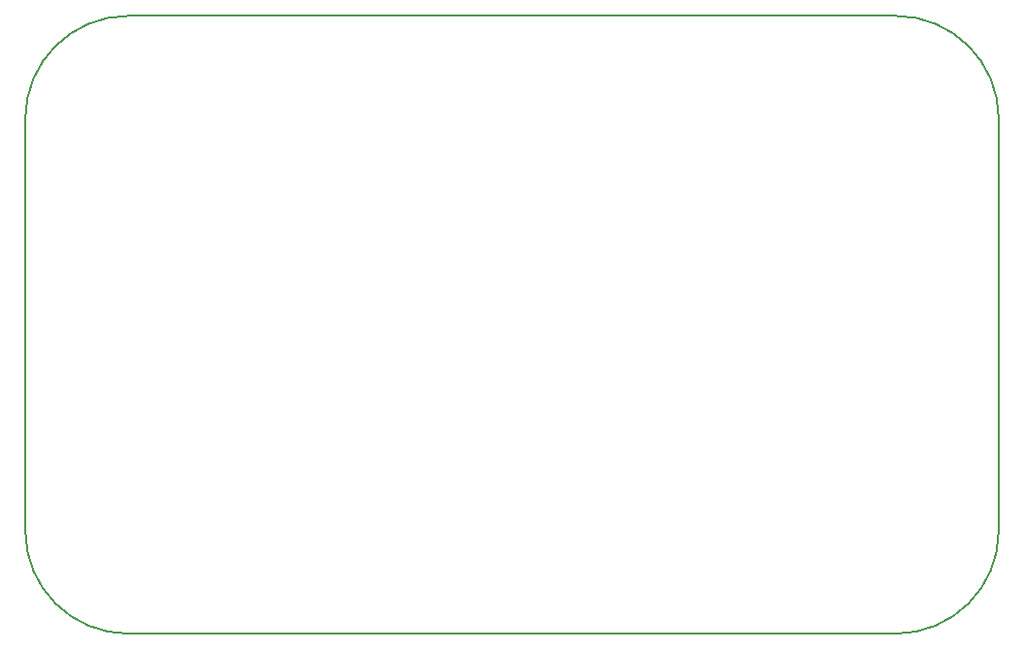
<source format=gm1>
G04 #@! TF.FileFunction,Profile,NP*
%FSLAX46Y46*%
G04 Gerber Fmt 4.6, Leading zero omitted, Abs format (unit mm)*
G04 Created by KiCad (PCBNEW 4.0.5+dfsg1-4) date Mon May 15 15:44:01 2017*
%MOMM*%
%LPD*%
G01*
G04 APERTURE LIST*
%ADD10C,0.100000*%
%ADD11C,0.150000*%
G04 APERTURE END LIST*
D10*
D11*
X50000000Y-118000000D02*
G75*
G03X41000000Y-127000000I0J-9000000D01*
G01*
X41000000Y-163000000D02*
G75*
G03X50000000Y-172000000I9000000J0D01*
G01*
X117000000Y-172000000D02*
G75*
G03X126000000Y-163000000I0J9000000D01*
G01*
X126000000Y-127000000D02*
G75*
G03X117000000Y-118000000I-9000000J0D01*
G01*
X41000000Y-163000000D02*
X41000000Y-127000000D01*
X117000000Y-172000000D02*
X50000000Y-172000000D01*
X126000000Y-127000000D02*
X126000000Y-163000000D01*
X50000000Y-118000000D02*
X117000000Y-118000000D01*
M02*

</source>
